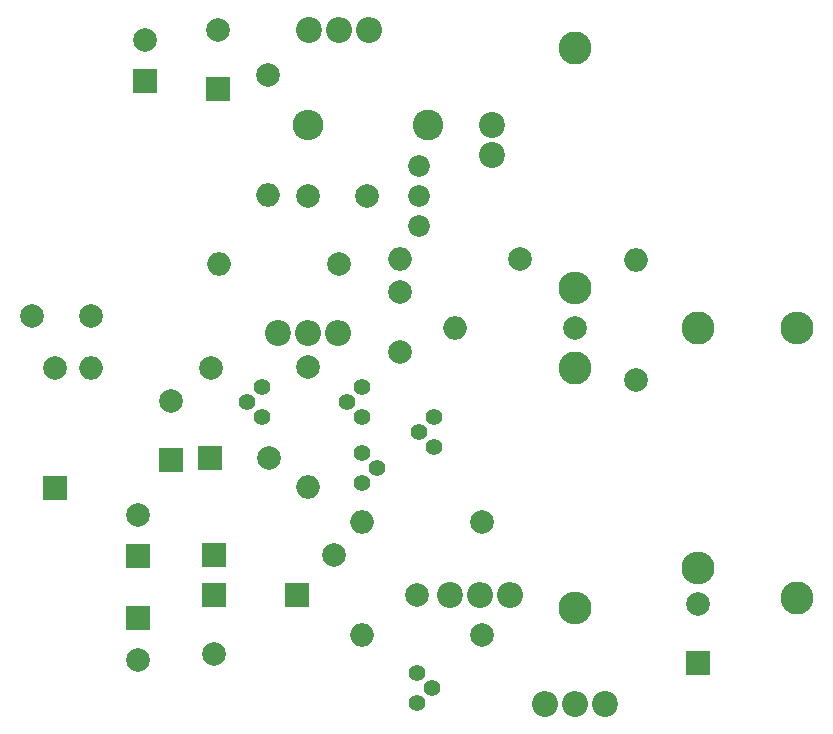
<source format=gbr>
G04 #@! TF.FileFunction,Soldermask,Bot*
%FSLAX46Y46*%
G04 Gerber Fmt 4.6, Leading zero omitted, Abs format (unit mm)*
G04 Created by KiCad (PCBNEW 4.0.6) date 06/17/17 11:54:25*
%MOMM*%
%LPD*%
G01*
G04 APERTURE LIST*
%ADD10C,0.100000*%
%ADD11C,2.000000*%
%ADD12R,2.000000X2.000000*%
%ADD13C,2.600000*%
%ADD14O,2.600000X2.600000*%
%ADD15C,2.200000*%
%ADD16C,1.400000*%
%ADD17O,2.200000X2.200000*%
%ADD18O,2.000000X2.000000*%
%ADD19C,1.840000*%
%ADD20C,2.800000*%
%ADD21O,2.800000X2.800000*%
G04 APERTURE END LIST*
D10*
D11*
X95000000Y-88800000D03*
X90000000Y-88800000D03*
X101800000Y-96000000D03*
D12*
X101800000Y-101000000D03*
D11*
X99000000Y-105600000D03*
D12*
X99000000Y-109100000D03*
D11*
X110100800Y-100848400D03*
D12*
X105100800Y-100848400D03*
D11*
X121200000Y-91800000D03*
X121200000Y-86800000D03*
X113400000Y-78600000D03*
X118400000Y-78600000D03*
X99600000Y-65400000D03*
D12*
X99600000Y-68900000D03*
D11*
X105800000Y-64600000D03*
D12*
X105800000Y-69600000D03*
D11*
X146400000Y-113200000D03*
D12*
X146400000Y-118200000D03*
X99000000Y-114400000D03*
D11*
X99000000Y-117900000D03*
X105400000Y-117400000D03*
D12*
X105400000Y-112400000D03*
D13*
X123560000Y-72600000D03*
D14*
X113400000Y-72600000D03*
D15*
X129000000Y-75140000D03*
X129000000Y-72600000D03*
D16*
X108250400Y-96070000D03*
X109520400Y-94800000D03*
X109520400Y-97340000D03*
X116730000Y-96070000D03*
X118000000Y-94800000D03*
X118000000Y-97340000D03*
X119270000Y-101661200D03*
X118000000Y-102931200D03*
X118000000Y-100391200D03*
X122800000Y-98600000D03*
X124070000Y-97330000D03*
X124070000Y-99870000D03*
X123870000Y-120270000D03*
X122600000Y-121540000D03*
X122600000Y-119000000D03*
D15*
X125460000Y-112400000D03*
D17*
X128000000Y-112400000D03*
X130540000Y-112400000D03*
D15*
X110860000Y-90200000D03*
D17*
X113400000Y-90200000D03*
X115940000Y-90200000D03*
D15*
X113460000Y-64600000D03*
D17*
X116000000Y-64600000D03*
X118540000Y-64600000D03*
D15*
X138540000Y-121600000D03*
D17*
X136000000Y-121600000D03*
X133460000Y-121600000D03*
D11*
X92000000Y-93200000D03*
D12*
X92000000Y-103360000D03*
D11*
X105200000Y-93200000D03*
D18*
X95040000Y-93200000D03*
D11*
X115600000Y-109000000D03*
D12*
X105440000Y-109000000D03*
D11*
X116000000Y-84400000D03*
D18*
X105840000Y-84400000D03*
D11*
X128160000Y-106200000D03*
D18*
X118000000Y-106200000D03*
D11*
X113400000Y-93100000D03*
D18*
X113400000Y-103260000D03*
D11*
X122600000Y-112400000D03*
D12*
X112440000Y-112400000D03*
D11*
X136000000Y-89800000D03*
D18*
X125840000Y-89800000D03*
D11*
X131360000Y-84000000D03*
D18*
X121200000Y-84000000D03*
D19*
X122800000Y-81140000D03*
X122800000Y-78600000D03*
X122800000Y-76060000D03*
D11*
X128160000Y-115800000D03*
D18*
X118000000Y-115800000D03*
D11*
X110000000Y-68400000D03*
D18*
X110000000Y-78560000D03*
D11*
X141200000Y-94200000D03*
D18*
X141200000Y-84040000D03*
D20*
X136000000Y-66080000D03*
D21*
X136000000Y-86400000D03*
D20*
X136000000Y-93200000D03*
D21*
X136000000Y-113520000D03*
D20*
X146400000Y-89800000D03*
D21*
X146400000Y-110120000D03*
D20*
X154800000Y-112660000D03*
D21*
X154800000Y-89800000D03*
M02*

</source>
